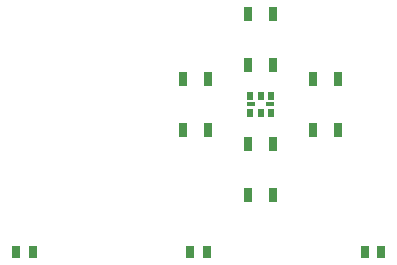
<source format=gbp>
G04*
G04 #@! TF.GenerationSoftware,Altium Limited,Altium Designer,23.3.1 (30)*
G04*
G04 Layer_Color=128*
%FSLAX43Y43*%
%MOMM*%
G71*
G04*
G04 #@! TF.SameCoordinates,A4EA7D40-A082-4D09-80F0-C7F5A4317295*
G04*
G04*
G04 #@! TF.FilePolarity,Positive*
G04*
G01*
G75*
G04:AMPARAMS|DCode=13|XSize=0.75mm|YSize=0.96mm|CornerRadius=0.075mm|HoleSize=0mm|Usage=FLASHONLY|Rotation=180.000|XOffset=0mm|YOffset=0mm|HoleType=Round|Shape=RoundedRectangle|*
%AMROUNDEDRECTD13*
21,1,0.750,0.810,0,0,180.0*
21,1,0.600,0.960,0,0,180.0*
1,1,0.150,-0.300,0.405*
1,1,0.150,0.300,0.405*
1,1,0.150,0.300,-0.405*
1,1,0.150,-0.300,-0.405*
%
%ADD13ROUNDEDRECTD13*%
G04:AMPARAMS|DCode=97|XSize=0.7mm|YSize=0.55mm|CornerRadius=0.055mm|HoleSize=0mm|Usage=FLASHONLY|Rotation=270.000|XOffset=0mm|YOffset=0mm|HoleType=Round|Shape=RoundedRectangle|*
%AMROUNDEDRECTD97*
21,1,0.700,0.440,0,0,270.0*
21,1,0.590,0.550,0,0,270.0*
1,1,0.110,-0.220,-0.295*
1,1,0.110,-0.220,0.295*
1,1,0.110,0.220,0.295*
1,1,0.110,0.220,-0.295*
%
%ADD97ROUNDEDRECTD97*%
G04:AMPARAMS|DCode=98|XSize=0.3mm|YSize=0.7mm|CornerRadius=0.03mm|HoleSize=0mm|Usage=FLASHONLY|Rotation=270.000|XOffset=0mm|YOffset=0mm|HoleType=Round|Shape=RoundedRectangle|*
%AMROUNDEDRECTD98*
21,1,0.300,0.640,0,0,270.0*
21,1,0.240,0.700,0,0,270.0*
1,1,0.060,-0.320,-0.120*
1,1,0.060,-0.320,0.120*
1,1,0.060,0.320,0.120*
1,1,0.060,0.320,-0.120*
%
%ADD98ROUNDEDRECTD98*%
G04:AMPARAMS|DCode=99|XSize=1.2mm|YSize=0.65mm|CornerRadius=0.065mm|HoleSize=0mm|Usage=FLASHONLY|Rotation=90.000|XOffset=0mm|YOffset=0mm|HoleType=Round|Shape=RoundedRectangle|*
%AMROUNDEDRECTD99*
21,1,1.200,0.520,0,0,90.0*
21,1,1.070,0.650,0,0,90.0*
1,1,0.130,0.260,0.535*
1,1,0.130,0.260,-0.535*
1,1,0.130,-0.260,-0.535*
1,1,0.130,-0.260,0.535*
%
%ADD99ROUNDEDRECTD99*%
D13*
X25800Y2500D02*
D03*
X27200D02*
D03*
X40550D02*
D03*
X41950D02*
D03*
X55300D02*
D03*
X56700D02*
D03*
D97*
X46500Y15750D02*
D03*
X45600D02*
D03*
Y14250D02*
D03*
X46500D02*
D03*
X47400D02*
D03*
Y15750D02*
D03*
D98*
X45675Y15000D02*
D03*
X47325D02*
D03*
D99*
X42075Y12850D02*
D03*
Y17150D02*
D03*
X39925Y12850D02*
D03*
Y17150D02*
D03*
X53075Y12850D02*
D03*
Y17150D02*
D03*
X50925Y12850D02*
D03*
Y17150D02*
D03*
X47575Y18350D02*
D03*
Y22650D02*
D03*
X45425Y18350D02*
D03*
Y22650D02*
D03*
X47575Y7350D02*
D03*
Y11650D02*
D03*
X45425Y7350D02*
D03*
Y11650D02*
D03*
M02*

</source>
